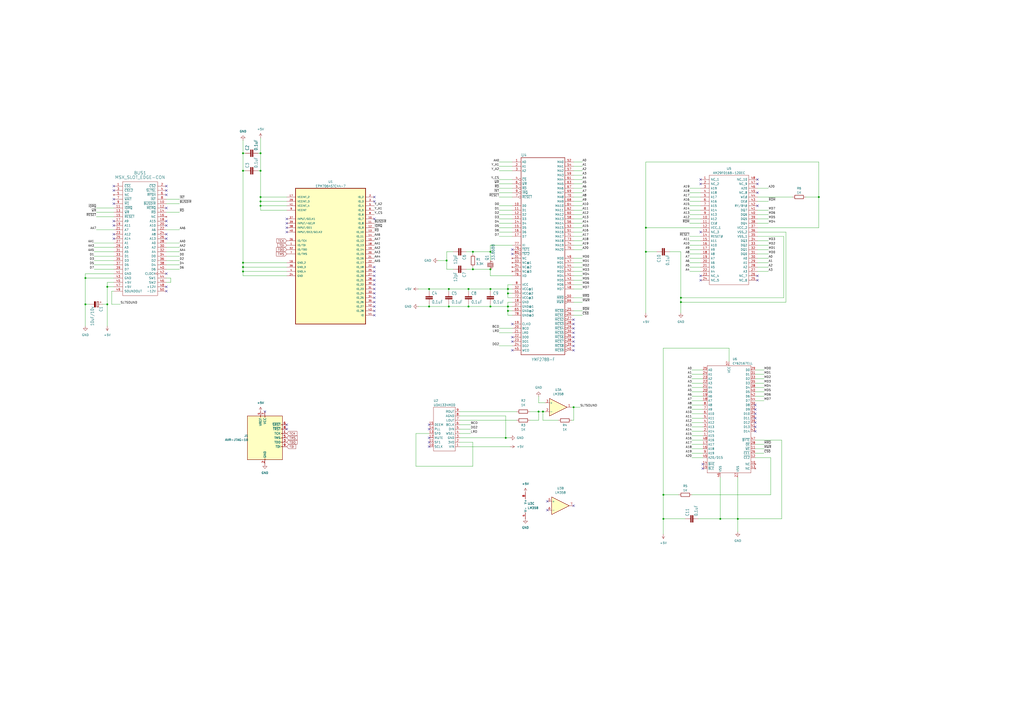
<source format=kicad_sch>
(kicad_sch (version 20231120) (generator "eeschema") (generator_version "8.0")
  (paper "A2")
  (title_block (title "MSX OPL4 Wozblaster Reloaded") (date "2024-10-13") (rev "5.0") (company "The Retro Hacker") (comment 2 "Reloaded by Cristiano Goncalves") (comment 3 "Original Design by Gustavo Iriarte") (comment 4 "Wozblaster Reloaded"))
  (junction (at 294.64 177.8))
  (junction (at 394.97 172.72))
  (junction (at 427.99 300.99))
  (junction (at 62.23 176.53))
  (junction (at 151.13 88.9))
  (junction (at 293.37 254))
  (junction (at 284.48 177.8))
  (junction (at 49.53 161.29))
  (junction (at 271.78 177.8))
  (junction (at 259.08 151.13))
  (junction (at 49.53 176.53))
  (junction (at 294.64 167.64))
  (junction (at 260.35 177.8))
  (junction (at 140.97 88.9))
  (junction (at 384.81 300.99))
  (junction (at 140.97 154.94))
  (junction (at 384.81 287.02))
  (junction (at 312.42 238.76))
  (junction (at 284.48 146.05))
  (junction (at 271.78 167.64))
  (junction (at 314.96 238.76))
  (junction (at 248.92 167.64))
  (junction (at 394.97 175.26))
  (junction (at 294.64 170.18))
  (junction (at 62.23 166.37))
  (junction (at 374.65 132.08))
  (junction (at 140.97 152.4))
  (junction (at 151.13 116.84))
  (junction (at 294.64 180.34))
  (junction (at 140.97 99.06))
  (junction (at 332.74 236.22))
  (junction (at 151.13 99.06))
  (junction (at 274.32 146.05))
  (junction (at 274.32 156.21))
  (junction (at 151.13 114.3))
  (junction (at 140.97 157.48))
  (junction (at 284.48 167.64))
  (junction (at 417.83 300.99))
  (junction (at 151.13 119.38))
  (junction (at 374.65 146.05))
  (junction (at 260.35 167.64))
  (junction (at 474.98 114.3))
  (junction (at 248.92 177.8))
  (junction (at 284.48 156.21))
  (no_connect (at 217.17 180.34))
  (no_connect (at 332.74 293.37))
  (no_connect (at 439.42 106.68))
  (no_connect (at 217.17 165.1))
  (no_connect (at 439.42 162.56))
  (no_connect (at 438.15 250.19))
  (no_connect (at 166.37 129.54))
  (no_connect (at 297.18 187.96))
  (no_connect (at 438.15 240.03))
  (no_connect (at 217.17 162.56))
  (no_connect (at 217.17 116.84))
  (no_connect (at 166.37 246.38))
  (no_connect (at 407.67 269.24))
  (no_connect (at 407.67 271.78))
  (no_connect (at 217.17 157.48))
  (no_connect (at 406.4 162.56))
  (no_connect (at 317.5 295.91))
  (no_connect (at 248.92 259.08))
  (no_connect (at 438.15 247.65))
  (no_connect (at 248.92 254))
  (no_connect (at 248.92 256.54))
  (no_connect (at 438.15 242.57))
  (no_connect (at 332.74 187.96))
  (no_connect (at 332.74 185.42))
  (no_connect (at 332.74 193.04))
  (no_connect (at 332.74 190.5))
  (no_connect (at 332.74 203.2))
  (no_connect (at 332.74 200.66))
  (no_connect (at 66.04 138.43))
  (no_connect (at 66.04 135.89))
  (no_connect (at 66.04 128.27))
  (no_connect (at 66.04 130.81))
  (no_connect (at 96.52 158.75))
  (no_connect (at 96.52 135.89))
  (no_connect (at 96.52 138.43))
  (no_connect (at 297.18 144.78))
  (no_connect (at 297.18 147.32))
  (no_connect (at 153.67 238.76))
  (no_connect (at 166.37 132.08))
  (no_connect (at 297.18 195.58))
  (no_connect (at 166.37 248.92))
  (no_connect (at 217.17 182.88))
  (no_connect (at 166.37 127))
  (no_connect (at 406.4 104.14))
  (no_connect (at 166.37 134.62))
  (no_connect (at 217.17 175.26))
  (no_connect (at 439.42 160.02))
  (no_connect (at 217.17 170.18))
  (no_connect (at 297.18 198.12))
  (no_connect (at 297.18 203.2))
  (no_connect (at 217.17 160.02))
  (no_connect (at 248.92 248.92))
  (no_connect (at 332.74 198.12))
  (no_connect (at 317.5 290.83))
  (no_connect (at 96.52 168.91))
  (no_connect (at 406.4 160.02))
  (no_connect (at 438.15 237.49))
  (no_connect (at 406.4 106.68))
  (no_connect (at 217.17 172.72))
  (no_connect (at 332.74 195.58))
  (no_connect (at 438.15 234.95))
  (no_connect (at 217.17 177.8))
  (no_connect (at 217.17 114.3))
  (no_connect (at 248.92 246.38))
  (no_connect (at 439.42 104.14))
  (no_connect (at 217.17 167.64))
  (no_connect (at 438.15 245.11))
  (no_connect (at 217.17 127))
  (no_connect (at 217.17 154.94))
  (no_connect (at 439.42 111.76))
  (no_connect (at 439.42 119.38))
  (no_connect (at 96.52 128.27))
  (no_connect (at 96.52 130.81))
  (no_connect (at 96.52 166.37))
  (no_connect (at 406.4 134.62))
  (no_connect (at 66.04 107.95))
  (no_connect (at 66.04 110.49))
  (no_connect (at 66.04 115.57))
  (no_connect (at 66.04 118.11))
  (no_connect (at 96.52 107.95))
  (no_connect (at 96.52 110.49))
  (no_connect (at 96.52 113.03))
  (no_connect (at 96.52 120.65))
  (wire (pts (xy 284.48 160.02) (xy 297.18 160.02)))
  (wire (pts (xy 401.32 234.95) (xy 407.67 234.95)))
  (wire (pts (xy 289.56 93.98) (xy 297.18 93.98)))
  (wire (pts (xy 401.32 265.43) (xy 407.67 265.43)))
  (wire (pts (xy 312.42 233.68) (xy 312.42 229.87)))
  (wire (pts (xy 140.97 157.48) (xy 140.97 160.02)))
  (wire (pts (xy 289.56 111.76) (xy 297.18 111.76)))
  (wire (pts (xy 401.32 247.65) (xy 407.67 247.65)))
  (wire (pts (xy 401.32 214.63) (xy 407.67 214.63)))
  (wire (pts (xy 455.93 175.26) (xy 394.97 175.26)))
  (wire (pts (xy 294.64 170.18) (xy 294.64 172.72)))
  (wire (pts (xy 401.32 229.87) (xy 407.67 229.87)))
  (wire (pts (xy 332.74 157.48) (xy 337.82 157.48)))
  (wire (pts (xy 394.97 172.72) (xy 394.97 175.26)))
  (wire (pts (xy 331.47 236.22) (xy 332.74 236.22)))
  (wire (pts (xy 289.56 121.92) (xy 297.18 121.92)))
  (wire (pts (xy 401.32 245.11) (xy 407.67 245.11)))
  (wire (pts (xy 289.56 124.46) (xy 297.18 124.46)))
  (wire (pts (xy 454.66 137.16) (xy 454.66 172.72)))
  (wire (pts (xy 274.32 154.94) (xy 274.32 156.21)))
  (wire (pts (xy 314.96 238.76) (xy 316.23 238.76)))
  (wire (pts (xy 55.88 120.65) (xy 66.04 120.65)))
  (wire (pts (xy 96.52 153.67) (xy 104.14 153.67)))
  (wire (pts (xy 314.96 243.84) (xy 314.96 238.76)))
  (wire (pts (xy 271.78 177.8) (xy 284.48 177.8)))
  (wire (pts (xy 55.88 125.73) (xy 66.04 125.73)))
  (wire (pts (xy 374.65 146.05) (xy 374.65 181.61)))
  (wire (pts (xy 49.53 161.29) (xy 66.04 161.29)))
  (wire (pts (xy 289.56 190.5) (xy 297.18 190.5)))
  (wire (pts (xy 49.53 158.75) (xy 49.53 161.29)))
  (wire (pts (xy 96.52 156.21) (xy 104.14 156.21)))
  (wire (pts (xy 266.7 248.92) (xy 273.05 248.92)))
  (wire (pts (xy 422.91 209.55) (xy 422.91 201.93)))
  (wire (pts (xy 332.74 139.7) (xy 337.82 139.7)))
  (wire (pts (xy 293.37 241.3) (xy 293.37 254)))
  (wire (pts (xy 294.64 170.18) (xy 297.18 170.18)))
  (wire (pts (xy 417.83 300.99) (xy 427.99 300.99)))
  (wire (pts (xy 332.74 149.86) (xy 337.82 149.86)))
  (wire (pts (xy 316.23 233.68) (xy 312.42 233.68)))
  (wire (pts (xy 151.13 114.3) (xy 166.37 114.3)))
  (wire (pts (xy 400.05 157.48) (xy 406.4 157.48)))
  (wire (pts (xy 332.74 243.84) (xy 332.74 236.22)))
  (wire (pts (xy 62.23 166.37) (xy 66.04 166.37)))
  (wire (pts (xy 439.42 154.94) (xy 445.77 154.94)))
  (wire (pts (xy 438.15 222.25) (xy 443.23 222.25)))
  (wire (pts (xy 439.42 134.62) (xy 455.93 134.62)))
  (wire (pts (xy 294.64 180.34) (xy 294.64 182.88)))
  (wire (pts (xy 270.51 156.21) (xy 274.32 156.21)))
  (wire (pts (xy 274.32 256.54) (xy 274.32 270.51)))
  (wire (pts (xy 332.74 180.34) (xy 337.82 180.34)))
  (wire (pts (xy 284.48 167.64) (xy 294.64 167.64)))
  (wire (pts (xy 151.13 116.84) (xy 151.13 114.3)))
  (wire (pts (xy 332.74 160.02) (xy 337.82 160.02)))
  (wire (pts (xy 266.7 256.54) (xy 274.32 256.54)))
  (wire (pts (xy 274.32 270.51) (xy 241.3 270.51)))
  (wire (pts (xy 400.05 152.4) (xy 406.4 152.4)))
  (wire (pts (xy 439.42 152.4) (xy 445.77 152.4)))
  (wire (pts (xy 405.13 300.99) (xy 417.83 300.99)))
  (wire (pts (xy 96.52 161.29) (xy 99.06 161.29)))
  (wire (pts (xy 439.42 121.92) (xy 445.77 121.92)))
  (wire (pts (xy 401.32 262.89) (xy 407.67 262.89)))
  (wire (pts (xy 384.81 300.99) (xy 384.81 309.88)))
  (wire (pts (xy 384.81 287.02) (xy 384.81 300.99)))
  (wire (pts (xy 266.7 254) (xy 293.37 254)))
  (wire (pts (xy 254 151.13) (xy 259.08 151.13)))
  (wire (pts (xy 439.42 114.3) (xy 459.74 114.3)))
  (wire (pts (xy 401.32 237.49) (xy 407.67 237.49)))
  (wire (pts (xy 474.98 132.08) (xy 474.98 114.3)))
  (wire (pts (xy 400.05 121.92) (xy 406.4 121.92)))
  (wire (pts (xy 439.42 109.22) (xy 445.77 109.22)))
  (wire (pts (xy 49.53 176.53) (xy 52.07 176.53)))
  (wire (pts (xy 284.48 177.8) (xy 294.64 177.8)))
  (wire (pts (xy 438.15 229.87) (xy 443.23 229.87)))
  (wire (pts (xy 289.56 99.06) (xy 297.18 99.06)))
  (wire (pts (xy 400.05 116.84) (xy 406.4 116.84)))
  (wire (pts (xy 400.05 111.76) (xy 406.4 111.76)))
  (wire (pts (xy 312.42 238.76) (xy 314.96 238.76)))
  (wire (pts (xy 439.42 149.86) (xy 445.77 149.86)))
  (wire (pts (xy 400.05 137.16) (xy 406.4 137.16)))
  (wire (pts (xy 438.15 217.17) (xy 443.23 217.17)))
  (wire (pts (xy 294.64 175.26) (xy 294.64 177.8)))
  (wire (pts (xy 289.56 129.54) (xy 297.18 129.54)))
  (wire (pts (xy 166.37 160.02) (xy 140.97 160.02)))
  (wire (pts (xy 439.42 139.7) (xy 445.77 139.7)))
  (wire (pts (xy 438.15 224.79) (xy 443.23 224.79)))
  (wire (pts (xy 455.93 134.62) (xy 455.93 175.26)))
  (wire (pts (xy 294.64 165.1) (xy 294.64 167.64)))
  (wire (pts (xy 332.74 134.62) (xy 337.82 134.62)))
  (wire (pts (xy 400.05 127) (xy 406.4 127)))
  (wire (pts (xy 439.42 137.16) (xy 454.66 137.16)))
  (wire (pts (xy 384.81 300.99) (xy 397.51 300.99)))
  (wire (pts (xy 54.61 151.13) (xy 66.04 151.13)))
  (wire (pts (xy 331.47 243.84) (xy 332.74 243.84)))
  (wire (pts (xy 140.97 99.06) (xy 140.97 152.4)))
  (wire (pts (xy 55.88 133.35) (xy 66.04 133.35)))
  (wire (pts (xy 294.64 167.64) (xy 297.18 167.64)))
  (wire (pts (xy 271.78 167.64) (xy 284.48 167.64)))
  (wire (pts (xy 401.32 287.02) (xy 447.04 287.02)))
  (wire (pts (xy 401.32 227.33) (xy 407.67 227.33)))
  (wire (pts (xy 332.74 142.24) (xy 337.82 142.24)))
  (wire (pts (xy 401.32 232.41) (xy 407.67 232.41)))
  (wire (pts (xy 332.74 175.26) (xy 337.82 175.26)))
  (wire (pts (xy 271.78 177.8) (xy 271.78 176.53)))
  (wire (pts (xy 439.42 142.24) (xy 445.77 142.24)))
  (wire (pts (xy 260.35 167.64) (xy 260.35 168.91)))
  (wire (pts (xy 96.52 140.97) (xy 104.14 140.97)))
  (wire (pts (xy 289.56 134.62) (xy 297.18 134.62)))
  (wire (pts (xy 62.23 163.83) (xy 66.04 163.83)))
  (wire (pts (xy 248.92 177.8) (xy 260.35 177.8)))
  (wire (pts (xy 332.74 96.52) (xy 337.82 96.52)))
  (wire (pts (xy 394.97 175.26) (xy 394.97 181.61)))
  (wire (pts (xy 332.74 93.98) (xy 337.82 93.98)))
  (wire (pts (xy 394.97 146.05) (xy 394.97 172.72)))
  (wire (pts (xy 248.92 177.8) (xy 248.92 176.53)))
  (wire (pts (xy 96.52 115.57) (xy 104.14 115.57)))
  (wire (pts (xy 307.34 238.76) (xy 312.42 238.76)))
  (wire (pts (xy 289.56 106.68) (xy 297.18 106.68)))
  (wire (pts (xy 62.23 166.37) (xy 62.23 176.53)))
  (wire (pts (xy 417.83 276.86) (xy 417.83 300.99)))
  (wire (pts (xy 439.42 124.46) (xy 445.77 124.46)))
  (wire (pts (xy 332.74 129.54) (xy 337.82 129.54)))
  (wire (pts (xy 454.66 172.72) (xy 394.97 172.72)))
  (wire (pts (xy 96.52 148.59) (xy 104.14 148.59)))
  (wire (pts (xy 400.05 142.24) (xy 406.4 142.24)))
  (wire (pts (xy 438.15 219.71) (xy 443.23 219.71)))
  (wire (pts (xy 284.48 156.21) (xy 284.48 160.02)))
  (wire (pts (xy 400.05 109.22) (xy 406.4 109.22)))
  (wire (pts (xy 400.05 139.7) (xy 406.4 139.7)))
  (wire (pts (xy 49.53 176.53) (xy 49.53 189.23)))
  (wire (pts (xy 96.52 133.35) (xy 104.14 133.35)))
  (wire (pts (xy 140.97 152.4) (xy 140.97 154.94)))
  (wire (pts (xy 242.57 167.64) (xy 248.92 167.64)))
  (wire (pts (xy 289.56 193.04) (xy 297.18 193.04)))
  (wire (pts (xy 438.15 265.43) (xy 447.04 265.43)))
  (wire (pts (xy 96.52 151.13) (xy 104.14 151.13)))
  (wire (pts (xy 266.7 259.08) (xy 295.91 259.08)))
  (wire (pts (xy 297.18 175.26) (xy 294.64 175.26)))
  (wire (pts (xy 401.32 217.17) (xy 407.67 217.17)))
  (wire (pts (xy 289.56 104.14) (xy 297.18 104.14)))
  (wire (pts (xy 438.15 257.81) (xy 443.23 257.81)))
  (wire (pts (xy 332.74 137.16) (xy 337.82 137.16)))
  (wire (pts (xy 260.35 167.64) (xy 271.78 167.64)))
  (wire (pts (xy 312.42 243.84) (xy 312.42 238.76)))
  (wire (pts (xy 274.32 156.21) (xy 284.48 156.21)))
  (wire (pts (xy 374.65 132.08) (xy 406.4 132.08)))
  (wire (pts (xy 467.36 114.3) (xy 474.98 114.3)))
  (wire (pts (xy 332.74 104.14) (xy 337.82 104.14)))
  (wire (pts (xy 332.74 119.38) (xy 337.82 119.38)))
  (wire (pts (xy 140.97 88.9) (xy 140.97 99.06)))
  (wire (pts (xy 332.74 116.84) (xy 337.82 116.84)))
  (wire (pts (xy 151.13 88.9) (xy 151.13 80.01)))
  (wire (pts (xy 241.3 270.51) (xy 241.3 251.46)))
  (wire (pts (xy 332.74 101.6) (xy 337.82 101.6)))
  (wire (pts (xy 447.04 265.43) (xy 447.04 287.02)))
  (wire (pts (xy 401.32 250.19) (xy 407.67 250.19)))
  (wire (pts (xy 401.32 252.73) (xy 407.67 252.73)))
  (wire (pts (xy 266.7 246.38) (xy 273.05 246.38)))
  (wire (pts (xy 266.7 238.76) (xy 299.72 238.76)))
  (wire (pts (xy 289.56 119.38) (xy 297.18 119.38)))
  (wire (pts (xy 49.53 161.29) (xy 49.53 176.53)))
  (wire (pts (xy 262.89 156.21) (xy 259.08 156.21)))
  (wire (pts (xy 332.74 144.78) (xy 337.82 144.78)))
  (wire (pts (xy 262.89 146.05) (xy 259.08 146.05)))
  (wire (pts (xy 439.42 132.08) (xy 474.98 132.08)))
  (wire (pts (xy 438.15 255.27) (xy 453.39 255.27)))
  (wire (pts (xy 427.99 276.86) (xy 427.99 300.99)))
  (wire (pts (xy 59.69 176.53) (xy 62.23 176.53)))
  (wire (pts (xy 332.74 124.46) (xy 337.82 124.46)))
  (wire (pts (xy 400.05 147.32) (xy 406.4 147.32)))
  (wire (pts (xy 332.74 154.94) (xy 337.82 154.94)))
  (wire (pts (xy 374.65 93.98) (xy 374.65 132.08)))
  (wire (pts (xy 332.74 99.06) (xy 337.82 99.06)))
  (wire (pts (xy 297.18 177.8) (xy 294.64 177.8)))
  (wire (pts (xy 384.81 201.93) (xy 384.81 287.02)))
  (wire (pts (xy 54.61 140.97) (xy 66.04 140.97)))
  (wire (pts (xy 439.42 129.54) (xy 445.77 129.54)))
  (wire (pts (xy 96.52 146.05) (xy 104.14 146.05)))
  (wire (pts (xy 62.23 176.53) (xy 62.23 189.23)))
  (wire (pts (xy 400.05 149.86) (xy 406.4 149.86)))
  (wire (pts (xy 289.56 132.08) (xy 297.18 132.08)))
  (wire (pts (xy 151.13 114.3) (xy 151.13 99.06)))
  (wire (pts (xy 140.97 152.4) (xy 166.37 152.4)))
  (wire (pts (xy 294.64 172.72) (xy 297.18 172.72)))
  (wire (pts (xy 374.65 93.98) (xy 474.98 93.98)))
  (wire (pts (xy 284.48 176.53) (xy 284.48 177.8)))
  (wire (pts (xy 438.15 214.63) (xy 443.23 214.63)))
  (wire (pts (xy 332.74 167.64) (xy 337.82 167.64)))
  (wire (pts (xy 64.77 168.91) (xy 66.04 168.91)))
  (wire (pts (xy 241.3 251.46) (xy 248.92 251.46)))
  (wire (pts (xy 438.15 227.33) (xy 443.23 227.33)))
  (wire (pts (xy 384.81 287.02) (xy 393.7 287.02)))
  (wire (pts (xy 289.56 127) (xy 297.18 127)))
  (wire (pts (xy 388.62 146.05) (xy 394.97 146.05)))
  (wire (pts (xy 266.7 243.84) (xy 299.72 243.84)))
  (wire (pts (xy 453.39 255.27) (xy 453.39 300.99)))
  (wire (pts (xy 294.64 182.88) (xy 297.18 182.88)))
  (wire (pts (xy 99.06 161.29) (xy 99.06 163.83)))
  (wire (pts (xy 140.97 154.94) (xy 166.37 154.94)))
  (wire (pts (xy 332.74 114.3) (xy 337.82 114.3)))
  (wire (pts (xy 400.05 129.54) (xy 406.4 129.54)))
  (wire (pts (xy 260.35 177.8) (xy 260.35 176.53)))
  (wire (pts (xy 297.18 180.34) (xy 294.64 180.34)))
  (wire (pts (xy 427.99 300.99) (xy 427.99 308.61)))
  (wire (pts (xy 151.13 121.92) (xy 151.13 119.38)))
  (wire (pts (xy 151.13 99.06) (xy 151.13 88.9)))
  (wire (pts (xy 374.65 146.05) (xy 381 146.05)))
  (wire (pts (xy 439.42 147.32) (xy 445.77 147.32)))
  (wire (pts (xy 332.74 236.22) (xy 336.55 236.22)))
  (wire (pts (xy 96.52 123.19) (xy 104.14 123.19)))
  (wire (pts (xy 271.78 167.64) (xy 271.78 168.91)))
  (wire (pts (xy 293.37 254) (xy 295.91 254)))
  (wire (pts (xy 284.48 167.64) (xy 284.48 168.91)))
  (wire (pts (xy 151.13 116.84) (xy 166.37 116.84)))
  (wire (pts (xy 54.61 148.59) (xy 66.04 148.59)))
  (wire (pts (xy 332.74 172.72) (xy 337.82 172.72)))
  (wire (pts (xy 54.61 143.51) (xy 66.04 143.51)))
  (wire (pts (xy 62.23 163.83) (xy 62.23 166.37)))
  (wire (pts (xy 438.15 262.89) (xy 443.23 262.89)))
  (wire (pts (xy 54.61 146.05) (xy 66.04 146.05)))
  (wire (pts (xy 474.98 114.3) (xy 474.98 93.98)))
  (wire (pts (xy 289.56 200.66) (xy 297.18 200.66)))
  (wire (pts (xy 96.52 143.51) (xy 104.14 143.51)))
  (wire (pts (xy 151.13 119.38) (xy 166.37 119.38)))
  (wire (pts (xy 439.42 127) (xy 445.77 127)))
  (wire (pts (xy 422.91 201.93) (xy 384.81 201.93)))
  (wire (pts (xy 64.77 176.53) (xy 69.85 176.53)))
  (wire (pts (xy 332.74 127) (xy 337.82 127)))
  (wire (pts (xy 401.32 240.03) (xy 407.67 240.03)))
  (wire (pts (xy 401.32 219.71) (xy 407.67 219.71)))
  (wire (pts (xy 400.05 144.78) (xy 406.4 144.78)))
  (wire (pts (xy 242.57 177.8) (xy 248.92 177.8)))
  (wire (pts (xy 99.06 163.83) (xy 96.52 163.83)))
  (wire (pts (xy 297.18 165.1) (xy 294.64 165.1)))
  (wire (pts (xy 259.08 151.13) (xy 259.08 156.21)))
  (wire (pts (xy 401.32 255.27) (xy 407.67 255.27)))
  (wire (pts (xy 140.97 99.06) (xy 142.24 99.06)))
  (wire (pts (xy 248.92 167.64) (xy 260.35 167.64)))
  (wire (pts (xy 96.52 118.11) (xy 104.14 118.11)))
  (wire (pts (xy 400.05 124.46) (xy 406.4 124.46)))
  (wire (pts (xy 266.7 251.46) (xy 273.05 251.46)))
  (wire (pts (xy 332.74 152.4) (xy 337.82 152.4)))
  (wire (pts (xy 284.48 142.24) (xy 297.18 142.24)))
  (wire (pts (xy 49.53 158.75) (xy 66.04 158.75)))
  (wire (pts (xy 401.32 260.35) (xy 407.67 260.35)))
  (wire (pts (xy 374.65 132.08) (xy 374.65 146.05)))
  (wire (pts (xy 166.37 121.92) (xy 151.13 121.92)))
  (wire (pts (xy 439.42 144.78) (xy 445.77 144.78)))
  (wire (pts (xy 307.34 243.84) (xy 312.42 243.84)))
  (wire (pts (xy 140.97 157.48) (xy 166.37 157.48)))
  (wire (pts (xy 259.08 146.05) (xy 259.08 151.13)))
  (wire (pts (xy 260.35 177.8) (xy 271.78 177.8)))
  (wire (pts (xy 294.64 177.8) (xy 294.64 180.34)))
  (wire (pts (xy 439.42 116.84) (xy 445.77 116.84)))
  (wire (pts (xy 332.74 132.08) (xy 337.82 132.08)))
  (wire (pts (xy 332.74 111.76) (xy 337.82 111.76)))
  (wire (pts (xy 284.48 146.05) (xy 284.48 151.13)))
  (wire (pts (xy 54.61 153.67) (xy 66.04 153.67)))
  (wire (pts (xy 149.86 88.9) (xy 151.13 88.9)))
  (wire (pts (xy 289.56 109.22) (xy 297.18 109.22)))
  (wire (pts (xy 289.56 114.3) (xy 297.18 114.3)))
  (wire (pts (xy 54.61 156.21) (xy 66.04 156.21)))
  (wire (pts (xy 401.32 257.81) (xy 407.67 257.81)))
  (wire (pts (xy 401.32 242.57) (xy 407.67 242.57)))
  (wire (pts (xy 64.77 168.91) (xy 64.77 176.53)))
  (wire (pts (xy 453.39 300.99) (xy 427.99 300.99)))
  (wire (pts (xy 400.05 114.3) (xy 406.4 114.3)))
  (wire (pts (xy 266.7 241.3) (xy 293.37 241.3)))
  (wire (pts (xy 289.56 137.16) (xy 297.18 137.16)))
  (wire (pts (xy 439.42 157.48) (xy 445.77 157.48)))
  (wire (pts (xy 401.32 222.25) (xy 407.67 222.25)))
  (wire (pts (xy 274.32 146.05) (xy 274.32 147.32)))
  (wire (pts (xy 284.48 142.24) (xy 284.48 146.05)))
  (wire (pts (xy 55.88 123.19) (xy 66.04 123.19)))
  (wire (pts (xy 294.64 167.64) (xy 294.64 170.18)))
  (wire (pts (xy 332.74 162.56) (xy 337.82 162.56)))
  (wire (pts (xy 400.05 119.38) (xy 406.4 119.38)))
  (wire (pts (xy 400.05 154.94) (xy 406.4 154.94)))
  (wire (pts (xy 323.85 243.84) (xy 314.96 243.84)))
  (wire (pts (xy 151.13 119.38) (xy 151.13 116.84)))
  (wire (pts (xy 140.97 154.94) (xy 140.97 157.48)))
  (wire (pts (xy 438.15 232.41) (xy 443.23 232.41)))
  (wire (pts (xy 438.15 260.35) (xy 443.23 260.35)))
  (wire (pts (xy 248.92 167.64) (xy 248.92 168.91)))
  (wire (pts (xy 289.56 96.52) (xy 297.18 96.52)))
  (wire (pts (xy 332.74 121.92) (xy 337.82 121.92)))
  (wire (pts (xy 332.74 109.22) (xy 337.82 109.22)))
  (wire (pts (xy 140.97 88.9) (xy 142.24 88.9)))
  (wire (pts (xy 332.74 182.88) (xy 337.82 182.88)))
  (wire (pts (xy 401.32 224.79) (xy 407.67 224.79)))
  (wire (pts (xy 332.74 165.1) (xy 337.82 165.1)))
  (wire (pts (xy 274.32 146.05) (xy 284.48 146.05)))
  (wire (pts (xy 149.86 99.06) (xy 151.13 99.06)))
  (wire (pts (xy 140.97 81.28) (xy 140.97 88.9)))
  (wire (pts (xy 332.74 106.68) (xy 337.82 106.68)))
  (wire (pts (xy 270.51 146.05) (xy 274.32 146.05)))
  (label "MD4" (at 445.77 129.54 0) (effects (font (size 1.2446 1.2446))))
  (label "Y_A1" (at 289.56 96.52 180))
  (label "AA3" (at 54.61 143.51 180) (effects (font (size 1.2446 1.2446))))
  (label "~{MRD}" (at 443.23 257.81 0) (effects (font (size 1.2446 1.2446))))
  (label "AA2" (at 104.14 143.51 0) (effects (font (size 1.2446 1.2446))))
  (label "A17" (at 400.05 114.3 180) (effects (font (size 1.2446 1.2446))))
  (label "A0" (at 401.32 214.63 180) (effects (font (size 1.2446 1.2446))))
  (label "A6" (at 401.32 229.87 180) (effects (font (size 1.2446 1.2446))))
  (label "Y_A2" (at 217.17 119.38 0))
  (label "~{RESET}" (at 55.88 125.73 180) (effects (font (size 1.2446 1.2446))))
  (label "D1" (at 289.56 121.92 180) (effects (font (size 1.2446 1.2446))))
  (label "A20" (at 337.82 144.78 0) (effects (font (size 1.2446 1.2446))))
  (label "A13" (at 337.82 127 0) (effects (font (size 1.2446 1.2446))))
  (label "A16" (at 337.82 134.62 0) (effects (font (size 1.2446 1.2446))))
  (label "AA3" (at 217.17 147.32 0) (effects (font (size 1.2446 1.2446))))
  (label "MD6" (at 337.82 165.1 0) (effects (font (size 1.2446 1.2446))))
  (label "~{RESET}" (at 289.56 114.3 180) (effects (font (size 1.2446 1.2446))))
  (label "~{IORQ}" (at 55.88 120.65 180) (effects (font (size 1.2446 1.2446))))
  (label "Y_CS" (at 289.56 104.14 180))
  (label "~{RESET}" (at 400.05 137.16 180) (effects (font (size 1.2446 1.2446))))
  (label "A3" (at 401.32 222.25 180) (effects (font (size 1.2446 1.2446))))
  (label "MD2" (at 445.77 142.24 0) (effects (font (size 1.2446 1.2446))))
  (label "A10" (at 401.32 240.03 180) (effects (font (size 1.2446 1.2446))))
  (label "~{BUSDIR}" (at 217.17 129.54 0) (effects (font (size 1.2446 1.2446))))
  (label "D0" (at 104.14 148.59 0) (effects (font (size 1.2446 1.2446))))
  (label "LRO" (at 289.56 193.04 180))
  (label "~{RD}" (at 289.56 109.22 180) (effects (font (size 1.2446 1.2446))))
  (label "A5" (at 400.05 154.94 180) (effects (font (size 1.2446 1.2446))))
  (label "MD2" (at 337.82 154.94 0) (effects (font (size 1.2446 1.2446))))
  (label "MD5" (at 443.23 227.33 0) (effects (font (size 1.2446 1.2446))))
  (label "A1" (at 401.32 217.17 180) (effects (font (size 1.2446 1.2446))))
  (label "MD4" (at 443.23 224.79 0) (effects (font (size 1.2446 1.2446))))
  (label "MD4" (at 337.82 160.02 0) (effects (font (size 1.2446 1.2446))))
  (label "A8" (at 401.32 234.95 180) (effects (font (size 1.2446 1.2446))))
  (label "A14" (at 400.05 121.92 180) (effects (font (size 1.2446 1.2446))))
  (label "~{ROM}" (at 337.82 180.34 0) (effects (font (size 1.2446 1.2446))))
  (label "A1" (at 337.82 96.52 0) (effects (font (size 1.2446 1.2446))))
  (label "AA7" (at 217.17 139.7 0) (effects (font (size 1.2446 1.2446))))
  (label "A5" (at 337.82 106.68 0) (effects (font (size 1.2446 1.2446))))
  (label "~{INT}" (at 104.14 115.57 0) (effects (font (size 1.2446 1.2446))))
  (label "Y_A2" (at 289.56 99.06 180))
  (label "~{WR}" (at 289.56 106.68 180) (effects (font (size 1.2446 1.2446))))
  (label "A7" (at 401.32 232.41 180) (effects (font (size 1.2446 1.2446))))
  (label "A18" (at 337.82 139.7 0) (effects (font (size 1.2446 1.2446))))
  (label "~{BUSDIR}" (at 104.14 118.11 0) (effects (font (size 1.2446 1.2446))))
  (label "D5" (at 289.56 132.08 180) (effects (font (size 1.2446 1.2446))))
  (label "A2" (at 337.82 99.06 0) (effects (font (size 1.2446 1.2446))))
  (label "AA0" (at 104.14 140.97 0) (effects (font (size 1.2446 1.2446))))
  (label "A12" (at 337.82 124.46 0) (effects (font (size 1.2446 1.2446))))
  (label "A5" (at 401.32 227.33 180) (effects (font (size 1.2446 1.2446))))
  (label "A0" (at 337.82 93.98 0) (effects (font (size 1.2446 1.2446))))
  (label "D7" (at 54.61 156.21 180) (effects (font (size 1.2446 1.2446))))
  (label "A16" (at 401.32 255.27 180) (effects (font (size 1.2446 1.2446))))
  (label "A12" (at 400.05 127 180) (effects (font (size 1.2446 1.2446))))
  (label "A14" (at 401.32 250.19 180) (effects (font (size 1.2446 1.2446))))
  (label "AA2" (at 217.17 144.78 0) (effects (font (size 1.2446 1.2446))))
  (label "DO2" (at 273.05 248.92 0))
  (label "MD6" (at 443.23 229.87 0) (effects (font (size 1.2446 1.2446))))
  (label "D5" (at 54.61 153.67 180) (effects (font (size 1.2446 1.2446))))
  (label "AA4" (at 217.17 149.86 0) (effects (font (size 1.2446 1.2446))))
  (label "A7" (at 337.82 111.76 0) (effects (font (size 1.2446 1.2446))))
  (label "A18" (at 400.05 111.76 180) (effects (font (size 1.2446 1.2446))))
  (label "MD1" (at 443.23 217.17 0) (effects (font (size 1.2446 1.2446))))
  (label "AA4" (at 104.14 146.05 0) (effects (font (size 1.2446 1.2446))))
  (label "MD1" (at 337.82 152.4 0) (effects (font (size 1.2446 1.2446))))
  (label "AA0" (at 289.56 93.98 180) (effects (font (size 1.1735 1.1735))))
  (label "~{ROM}" (at 400.05 129.54 180) (effects (font (size 1.2446 1.2446))))
  (label "A19" (at 401.32 262.89 180) (effects (font (size 1.2446 1.2446))))
  (label "A4" (at 400.05 157.48 180) (effects (font (size 1.2446 1.2446))))
  (label "A1" (at 445.77 152.4 0) (effects (font (size 1.2446 1.2446))))
  (label "A17" (at 337.82 137.16 0) (effects (font (size 1.2446 1.2446))))
  (label "BCO" (at 273.05 246.38 0))
  (label "A16" (at 400.05 116.84 180) (effects (font (size 1.2446 1.2446))))
  (label "Y_CS" (at 217.17 124.46 0))
  (label "AA1" (at 54.61 140.97 180) (effects (font (size 1.2446 1.2446))))
  (label "MD5" (at 337.82 162.56 0) (effects (font (size 1.2446 1.2446))))
  (label "AA5" (at 54.61 146.05 180) (effects (font (size 1.2446 1.2446))))
  (label "AA6" (at 104.14 133.35 0) (effects (font (size 1.2446 1.2446))))
  (label "~{RD}" (at 217.17 134.62 0) (effects (font (size 1.2446 1.2446))))
  (label "D0" (at 289.56 119.38 180) (effects (font (size 1.2446 1.2446))))
  (label "MD6" (at 445.77 124.46 0) (effects (font (size 1.2446 1.2446))))
  (label "A9" (at 337.82 116.84 0) (effects (font (size 1.2446 1.2446))))
  (label "MD7" (at 443.23 232.41 0) (effects (font (size 1.2446 1.2446))))
  (label "A0" (at 445.77 149.86 0) (effects (font (size 1.2446 1.2446))))
  (label "A4" (at 401.32 224.79 180) (effects (font (size 1.2446 1.2446))))
  (label "~{ROM}" (at 445.77 116.84 0) (effects (font (size 1.2446 1.2446))))
  (label "A12" (at 401.32 245.11 180) (effects (font (size 1.2446 1.2446))))
  (label "MD3" (at 443.23 222.25 0) (effects (font (size 1.2446 1.2446))))
  (label "A9" (at 401.32 237.49 180) (effects (font (size 1.2446 1.2446))))
  (label "MD3" (at 337.82 157.48 0) (effects (font (size 1.2446 1.2446))))
  (label "D7" (at 289.56 137.16 180) (effects (font (size 1.2446 1.2446))))
  (label "A14" (at 337.82 129.54 0) (effects (font (size 1.2446 1.2446))))
  (label "D1" (at 54.61 148.59 180) (effects (font (size 1.2446 1.2446))))
  (label "A4" (at 337.82 104.14 0) (effects (font (size 1.2446 1.2446))))
  (label "MD0" (at 443.23 214.63 0) (effects (font (size 1.2446 1.2446))))
  (label "A10" (at 337.82 119.38 0) (effects (font (size 1.2446 1.2446))))
  (label "DO2" (at 289.56 200.66 180))
  (label "MD7" (at 445.77 121.92 0) (effects (font (size 1.2446 1.2446))))
  (label "A17" (at 401.32 257.81 180) (effects (font (size 1.2446 1.2446))))
  (label "A20" (at 401.32 265.43 180) (effects (font (size 1.2446 1.2446))))
  (label "LRO" (at 273.05 251.46 0))
  (label "~{CS0}" (at 443.23 262.89 0) (effects (font (size 1.2446 1.2446))))
  (label "AA1" (at 217.17 142.24 0) (effects (font (size 1.2446 1.2446))))
  (label "A11" (at 337.82 121.92 0) (effects (font (size 1.2446 1.2446))))
  (label "A2" (at 401.32 219.71 180) (effects (font (size 1.2446 1.2446))))
  (label "D6" (at 289.56 134.62 180) (effects (font (size 1.2446 1.2446))))
  (label "~{INT}" (at 289.56 111.76 180) (effects (font (size 1.2446 1.2446))))
  (label "AA7" (at 55.88 133.35 180) (effects (font (size 1.2446 1.2446))))
  (label "A18" (at 401.32 260.35 180) (effects (font (size 1.2446 1.2446))))
  (label "MD3" (at 445.77 139.7 0) (effects (font (size 1.2446 1.2446))))
  (label "A6" (at 400.05 152.4 180) (effects (font (size 1.2446 1.2446))))
  (label "MD1" (at 445.77 144.78 0) (effects (font (size 1.2446 1.2446))))
  (label "A11" (at 401.32 242.57 180) (effects (font (size 1.2446 1.2446))))
  (label "BCO" (at 289.56 190.5 180))
  (label "A19" (at 337.82 142.24 0) (effects (font (size 1.2446 1.2446))))
  (label "MD5" (at 445.77 127 0) (effects (font (size 1.2446 1.2446))))
  (label "D3" (at 54.61 151.13 180) (effects (font (size 1.2446 1.2446))))
  (label "A2" (at 445.77 154.94 0) (effects (font (size 1.2446 1.2446))))
  (label "D4" (at 104.14 153.67 0) (effects (font (size 1.2446 1.2446))))
  (label "~{CS0}" (at 337.82 182.88 0) (effects (font (size 1.2446 1.2446))))
  (label "D6" (at 104.14 156.21 0) (effects (font (size 1.2446 1.2446))))
  (label "MD7" (at 337.82 167.64 0) (effects (font (size 1.2446 1.2446))))
  (label "AA5" (at 217.17 152.4 0) (effects (font (size 1.2446 1.2446))))
  (label "~{IORQ}" (at 217.17 132.08 0) (effects (font (size 1.2446 1.2446))))
  (label "Y_A1" (at 217.17 121.92 0))
  (label "AA6" (at 217.17 137.16 0) (effects (font (size 1.2446 1.2446))))
  (label "A20" (at 445.77 109.22 0) (effects (font (size 1.2446 1.2446))))
  (label "A11" (at 400.05 139.7 180) (effects (font (size 1.2446 1.2446))))
  (label "MD0" (at 445.77 147.32 0) (effects (font (size 1.2446 1.2446))))
  (label "A7" (at 400.05 149.86 180) (effects (font (size 1.2446 1.2446))))
  (label "~{MWR}" (at 443.23 260.35 0) (effects (font (size 1.2446 1.2446))))
  (label "SLTSOUND" (at 336.55 236.22 0))
  (label "A9" (at 400.05 144.78 180) (effects (font (size 1.2446 1.2446))))
  (label "A15" (at 400.05 119.38 180) (effects (font (size 1.2446 1.2446))))
  (label "A10" (at 400.05 142.24 180) (effects (font (size 1.2446 1.2446))))
  (label "A13" (at 401.32 247.65 180) (effects (font (size 1.2446 1.2446))))
  (label "~{RD}" (at 104.14 123.19 0) (effects (font (size 1.2446 1.2446))))
  (label "~{WR}" (at 55.88 123.19 180) (effects (font (size 1.2446 1.2446))))
  (label "~{MRD}" (at 337.82 172.72 0) (effects (font (size 1.2446 1.2446))))
  (label "MD2" (at 443.23 219.71 0) (effects (font (size 1.2446 1.2446))))
  (label "SLTSOUND" (at 69.85 176.53 0))
  (label "D2" (at 104.14 151.13 0) (effects (font (size 1.2446 1.2446))))
  (label "A3" (at 445.77 157.48 0) (effects (font (size 1.2446 1.2446))))
  (label "A8" (at 337.82 114.3 0) (effects (font (size 1.2446 1.2446))))
  (label "A3" (at 337.82 101.6 0) (effects (font (size 1.2446 1.2446))))
  (label "A19" (at 400.05 109.22 180) (effects (font (size 1.2446 1.2446))))
  (label "A15" (at 337.82 132.08 0) (effects (font (size 1.2446 1.2446))))
  (label "D2" (at 289.56 124.46 180) (effects (font (size 1.2446 1.2446))))
  (label "A6" (at 337.82 109.22 0) (effects (font (size 1.2446 1.2446))))
  (label "A8" (at 400.05 147.32 180) (effects (font (size 1.2446 1.2446))))
  (label "MD0" (at 337.82 149.86 0) (effects (font (size 1.2446 1.2446))))
  (label "D3" (at 289.56 127 180) (effects (font (size 1.2446 1.2446))))
  (label "A13" (at 400.05 124.46 180) (effects (font (size 1.2446 1.2446))))
  (label "D4" (at 289.56 129.54 180) (effects (font (size 1.2446 1.2446))))
  (label "~{MWR}" (at 337.82 175.26 0) (effects (font (size 1.2446 1.2446))))
  (label "A15" (at 401.32 252.73 180) (effects (font (size 1.2446 1.2446))))
  (global_label "TCK" (shape input) (at 166.37 251.46 0) (property "Intersheetrefs" "${INTERSHEET_REFS}" (effects (hide yes))))
  (global_label "TDO" (shape input) (at 166.37 256.54 0) (property "Intersheetrefs" "${INTERSHEET_REFS}" (effects (hide yes))))
  (global_label "TMS" (shape input) (at 166.37 147.32 180) (property "Intersheetrefs" "${INTERSHEET_REFS}" (effects (hide yes))))
  (global_label "TDO" (shape input) (at 166.37 144.78 180) (property "Intersheetrefs" "${INTERSHEET_REFS}" (effects (hide yes))))
  (global_label "TDI" (shape input) (at 166.37 142.24 180) (property "Intersheetrefs" "${INTERSHEET_REFS}" (effects (hide yes))))
  (global_label "TMS" (shape input) (at 166.37 254 0) (property "Intersheetrefs" "${INTERSHEET_REFS}" (effects (hide yes))))
  (global_label "TCK" (shape input) (at 166.37 139.7 180) (property "Intersheetrefs" "${INTERSHEET_REFS}" (effects (hide yes))))
  (global_label "TDI" (shape input) (at 166.37 259.08 0) (property "Intersheetrefs" "${INTERSHEET_REFS}" (effects (hide yes))))
  (symbol (lib_id "CRISAG:CRYSTALHC49S") (at 284.48 153.67 90) (unit 1)
    (property "Reference" "Q1" (at 283.464 151.13 0) (effects (font (size 1.778 1.5113)) (justify left bottom)))
    (property "Value" "33.8688" (at 287.02 151.13 0) (effects (font (size 1.778 1.5113)) (justify left bottom)))
    (property "Footprint" "Crystal:Crystal_HC49-U_Vertical" (effects (hide yes)))
  )
  (symbol (lib_name "+5V_1") (lib_id "power:+5V") (at 151.13 238.76 0) (unit 1)
    (property "Reference" "#PWR05" (effects (hide yes)))
    (property "Value" "+5V" (at 151.13 233.68 0))
    (property "Description" "Power symbol creates a global label with name \"+5V\"" (effects (hide yes)))
  )
  (symbol (lib_id "power:GND") (at 427.99 308.61 0) (unit 1)
    (property "Reference" "#PWR018" (effects (hide yes)))
    (property "Value" "GND" (at 427.99 313.69 0))
    (property "Description" "Power symbol creates a global label with name \"GND\" , ground" (effects (hide yes)))
  )
  (symbol (lib_id "Device:R") (at 303.53 243.84 90) (unit 1)
    (property "Reference" "R3" (at 303.53 246.634 90))
    (property "Value" "1K" (at 303.53 249.174 90))
    (property "Footprint" "Resistor_SMD:R_0603_1608Metric" (effects (hide yes)))
  )
  (symbol (lib_name "GND_6") (lib_id "power:GND") (at 304.8 300.99 0) (unit 1)
    (property "Reference" "#PWR013" (effects (hide yes)))
    (property "Value" "GND" (at 304.8 306.07 0))
    (property "Description" "Power symbol creates a global label with name \"GND\" , ground" (effects (hide yes)))
  )
  (symbol (lib_id "Device:R") (at 303.53 238.76 90) (unit 1)
    (property "Reference" "R2" (at 303.53 232.41 90))
    (property "Value" "1K" (at 303.53 234.95 90))
    (property "Footprint" "Resistor_SMD:R_0603_1608Metric" (effects (hide yes)))
  )
  (symbol (lib_id "CRISAG:C-EU") (at 271.78 171.45 0) (unit 1)
    (property "Reference" "C8" (at 273.304 171.069 0) (effects (font (size 1.778 1.5113)) (justify left bottom)))
    (property "Value" "0.1uF" (at 273.304 176.149 0) (effects (font (size 1.778 1.5113)) (justify left bottom)))
    (property "Footprint" "Capacitor_SMD:C_0603_1608Metric" (effects (hide yes)))
  )
  (symbol (lib_name "GND_6") (lib_id "power:GND") (at 312.42 229.87 180) (unit 1)
    (property "Reference" "#PWR014" (effects (hide yes)))
    (property "Value" "GND" (at 312.42 224.79 0))
    (property "Description" "Power symbol creates a global label with name \"GND\" , ground" (effects (hide yes)))
  )
  (symbol (lib_name "+5V_5") (lib_id "power:+5V") (at 295.91 259.08 270) (unit 1)
    (property "Reference" "#PWR011" (effects (hide yes)))
    (property "Value" "+5V" (at 299.72 259.0799 90) (effects (justify left)))
    (property "Description" "Power symbol creates a global label with name \"+5V\"" (effects (hide yes)))
  )
  (symbol (lib_name "+5V_6") (lib_id "power:+5V") (at 384.81 309.88 180) (unit 1)
    (property "Reference" "#PWR016" (effects (hide yes)))
    (property "Value" "+5V" (at 384.81 314.96 0))
    (property "Description" "Power symbol creates a global label with name \"+5V\"" (effects (hide yes)))
  )
  (symbol (lib_name "GND_3") (lib_id "power:GND") (at 140.97 81.28 180) (unit 1)
    (property "Reference" "#PWR03" (effects (hide yes)))
    (property "Value" "GND" (at 140.97 76.2 0))
    (property "Description" "Power symbol creates a global label with name \"GND\" , ground" (effects (hide yes)))
  )
  (symbol (lib_id "CRISAG:YMF278B-F") (at 314.96 144.78 0) (unit 1)
    (property "Reference" "U4" (at 302.26 90.932 0) (effects (font (size 1.778 1.5113)) (justify left bottom)))
    (property "Value" "YMF278B-F" (at 308.356 209.55 0) (effects (font (size 1.778 1.5113)) (justify left bottom)))
    (property "Footprint" "MSX OPL4 Wozblaster:80-QFP" (effects (hide yes)))
  )
  (symbol (lib_id "Device:R") (at 397.51 287.02 270) (unit 1)
    (property "Reference" "R5" (at 397.51 281.94 90))
    (property "Value" "1K" (at 397.51 284.48 90))
    (property "Footprint" "Resistor_SMD:R_0603_1608Metric" (effects (hide yes)))
  )
  (symbol (lib_name "+5V_1") (lib_id "power:+5V") (at 62.23 189.23 180) (unit 1)
    (property "Reference" "#PWR02" (effects (hide yes)))
    (property "Value" "+5V" (at 62.23 194.31 0))
    (property "Description" "Power symbol creates a global label with name \"+5V\"" (effects (hide yes)))
  )
  (symbol (lib_id "Connector:AVR-JTAG-10") (at 153.67 254 0) (unit 1)
    (property "Reference" "J1" (at 144.018 252.8316 0) (effects (justify right)))
    (property "Value" "AVR-JTAG-10" (at 144.018 255.143 0) (effects (justify right)))
    (property "Footprint" "Connector_PinHeader_2.54mm:PinHeader_2x05_P2.54mm_Vertical" (effects (hide yes)))
    (property "Datasheet" " ~" (effects (hide yes)))
  )
  (symbol (lib_id "CRISAG:UDA1334_MOD") (at 257.81 248.92 90) (unit 1)
    (property "Reference" "U2" (at 251.46 232.41 90) (effects (justify right)))
    (property "Value" "UDA1334MOD" (at 251.46 234.95 90) (effects (justify right)))
    (property "Footprint" "MSX OPL4 Wozblaster:UDA1334MOD" (effects (hide yes)))
  )
  (symbol (lib_id "CY62167:CY62167ELL-45ZXI") (at 422.91 245.11 0) (unit 1)
    (property "Reference" "U6" (at 424.8659 208.28 0) (effects (justify left)))
    (property "Value" "CY62167ELL" (at 424.8659 210.82 0) (effects (justify left)))
    (property "Footprint" "MSX OPL4 Wozblaster:SOP50P2000X120-48N" (effects (hide yes)))
    (property "Sim.Device" "I" (effects (hide yes)))
    (property "Sim.Type" "DC" (effects (hide yes)))
    (property "Sim.Pins" "1=+ 2=-" (effects (hide yes)))
    (property "Sim.Params" "dc=\"\"" (effects (hide yes)))
  )
  (symbol (lib_id "CRISAG:C-EU") (at 400.05 300.99 90) (unit 1)
    (property "Reference" "C11" (at 399.669 299.466 0) (effects (font (size 1.778 1.5113)) (justify left bottom)))
    (property "Value" "0.1uF" (at 404.749 299.466 0) (effects (font (size 1.778 1.5113)) (justify left bottom)))
    (property "Footprint" "Capacitor_SMD:C_0603_1608Metric" (effects (hide yes)))
  )
  (symbol (lib_id "Device:R") (at 327.66 243.84 90) (unit 1)
    (property "Reference" "R4" (at 327.66 246.634 90))
    (property "Value" "1K" (at 327.66 249.174 90))
    (property "Footprint" "Resistor_SMD:R_0603_1608Metric" (effects (hide yes)))
  )
  (symbol (lib_name "GND_1") (lib_id "power:GND") (at 254 151.13 270) (unit 1)
    (property "Reference" "#PWR09" (effects (hide yes)))
    (property "Value" "GND" (at 250.19 151.1299 90) (effects (justify right)))
    (property "Description" "Power symbol creates a global label with name \"GND\" , ground" (effects (hide yes)))
  )
  (symbol (lib_name "GND_4") (lib_id "power:GND") (at 394.97 181.61 0) (unit 1)
    (property "Reference" "#PWR017" (effects (hide yes)))
    (property "Value" "GND" (at 394.97 186.69 0))
    (property "Description" "Power symbol creates a global label with name \"GND\" , ground" (effects (hide yes)))
  )
  (symbol (lib_id "CRISAG:C-EU") (at 267.97 146.05 270) (unit 1)
    (property "Reference" "C6" (at 268.351 147.574 0) (effects (font (size 1.778 1.5113)) (justify left bottom)))
    (property "Value" "12pF" (at 263.271 147.574 0) (effects (font (size 1.778 1.5113)) (justify left bottom)))
    (property "Footprint" "Capacitor_SMD:C_0603_1608Metric" (effects (hide yes)))
  )
  (symbol (lib_name "+5V_3") (lib_id "power:+5V") (at 374.65 181.61 180) (unit 1)
    (property "Reference" "#PWR015" (effects (hide yes)))
    (property "Value" "+5V" (at 374.65 186.69 0))
    (property "Description" "Power symbol creates a global label with name \"+5V\"" (effects (hide yes)))
  )
  (symbol (lib_id "CRISAG:C-EU") (at 144.78 88.9 90) (unit 1)
    (property "Reference" "C2" (at 144.399 87.376 0) (effects (font (size 1.778 1.5113)) (justify left bottom)))
    (property "Value" "0.1uF" (at 149.479 87.376 0) (effects (font (size 1.778 1.5113)) (justify left bottom)))
    (property "Footprint" "Capacitor_SMD:C_0603_1608Metric" (effects (hide yes)))
  )
  (symbol (lib_name "GND_1") (lib_id "power:GND") (at 153.67 269.24 0) (unit 1)
    (property "Reference" "#PWR06" (effects (hide yes)))
    (property "Value" "GND" (at 153.67 274.32 0))
    (property "Description" "Power symbol creates a global label with name \"GND\" , ground" (effects (hide yes)))
  )
  (symbol (lib_name "+5V_4") (lib_id "power:+5V") (at 242.57 167.64 90) (unit 1)
    (property "Reference" "#PWR07" (effects (hide yes)))
    (property "Value" "+5V" (at 238.76 167.6399 90) (effects (justify left)))
    (property "Description" "Power symbol creates a global label with name \"+5V\"" (effects (hide yes)))
  )
  (symbol (lib_name "GND_6") (lib_id "power:GND") (at 295.91 254 90) (unit 1)
    (property "Reference" "#PWR010" (effects (hide yes)))
    (property "Value" "GND" (at 299.72 253.9999 90) (effects (justify right)))
    (property "Description" "Power symbol creates a global label with name \"GND\" , ground" (effects (hide yes)))
  )
  (symbol (lib_id "Amplifier_Operational:LM358") (at 307.34 293.37 0) (unit 3)
    (property "Reference" "U3" (at 306.07 292.0999 0) (effects (justify left)))
    (property "Value" "LM358" (at 306.07 294.6399 0) (effects (justify left)))
    (property "Footprint" "Package_SO:SOP-8_3.9x4.9mm_P1.27mm" (effects (hide yes)))
    (property "Datasheet" "http://www.ti.com/lit/ds/symlink/lm2904-n.pdf" (effects (hide yes)))
    (property "Description" "Low-Power, Dual Operational Amplifiers, DIP-8/SOIC-8/TO-99-8" (effects (hide yes)))
  )
  (symbol (lib_id "Amplifier_Operational:LM358") (at 325.12 293.37 0) (unit 2)
    (property "Reference" "U3" (at 325.12 283.21 0))
    (property "Value" "LM358" (at 325.12 285.75 0))
    (property "Footprint" "Package_SO:SOP-8_3.9x4.9mm_P1.27mm" (effects (hide yes)))
    (property "Datasheet" "http://www.ti.com/lit/ds/symlink/lm2904-n.pdf" (effects (hide yes)))
    (property "Description" "Low-Power, Dual Operational Amplifiers, DIP-8/SOIC-8/TO-99-8" (effects (hide yes)))
  )
  (symbol (lib_id "Device:R") (at 463.55 114.3 270) (unit 1)
    (property "Reference" "R6" (at 463.55 109.22 90))
    (property "Value" "1K" (at 463.55 111.76 90))
    (property "Footprint" "Resistor_SMD:R_0603_1608Metric" (effects (hide yes)))
  )
  (symbol (lib_id "CRISAG:C-EU") (at 144.78 99.06 90) (unit 1)
    (property "Reference" "C3" (at 144.399 97.536 0) (effects (font (size 1.778 1.5113)) (justify left bottom)))
    (property "Value" "0.1uF" (at 149.479 97.536 0) (effects (font (size 1.778 1.5113)) (justify left bottom)))
    (property "Footprint" "Capacitor_SMD:C_0603_1608Metric" (effects (hide yes)))
  )
  (symbol (lib_id "CRISAG:C-EU") (at 267.97 156.21 270) (unit 1)
    (property "Reference" "C7" (at 268.351 157.734 0) (effects (font (size 1.778 1.5113)) (justify left bottom)))
    (property "Value" "12pF" (at 263.271 157.734 0) (effects (font (size 1.778 1.5113)) (justify left bottom)))
    (property "Footprint" "Capacitor_SMD:C_0603_1608Metric" (effects (hide yes)))
  )
  (symbol (lib_id "Amplifier_Operational:LM358") (at 323.85 236.22 0) (unit 1)
    (property "Reference" "U3" (at 323.85 226.06 0))
    (property "Value" "LM358" (at 323.85 228.6 0))
    (property "Footprint" "Package_SO:SOP-8_3.9x4.9mm_P1.27mm" (effects (hide yes)))
    (property "Datasheet" "http://www.ti.com/lit/ds/symlink/lm2904-n.pdf" (effects (hide yes)))
    (property "Description" "Low-Power, Dual Operational Amplifiers, DIP-8/SOIC-8/TO-99-8" (effects (hide yes)))
  )
  (symbol (lib_id "CRISAG:CPOLSMCB") (at 57.15 176.53 270) (unit 1)
    (property "Reference" "C1" (at 57.6326 177.673 0) (effects (font (size 1.778 1.5113)) (justify left bottom)))
    (property "Value" "10uF/10v" (at 52.5526 177.673 0) (effects (font (size 1.778 1.5113)) (justify left bottom)))
    (property "Footprint" "Capacitor_Tantalum_SMD:CP_EIA-3216-18_Kemet-A" (effects (hide yes)))
  )
  (symbol (lib_id "CRISAG:C-EU") (at 284.48 171.45 0) (unit 1)
    (property "Reference" "C9" (at 286.004 171.069 0) (effects (font (size 1.778 1.5113)) (justify left bottom)))
    (property "Value" "0.1uF" (at 286.004 176.149 0) (effects (font (size 1.778 1.5113)) (justify left bottom)))
    (property "Footprint" "Capacitor_SMD:C_0603_1608Metric" (effects (hide yes)))
  )
  (symbol (lib_id "CRISAG:C-EU") (at 383.54 146.05 90) (mirror x) (unit 1)
    (property "Reference" "C10" (at 383.159 147.574 0) (effects (font (size 1.778 1.5113)) (justify left bottom)))
    (property "Value" "0.1uF" (at 388.239 147.574 0) (effects (font (size 1.778 1.5113)) (justify left bottom)))
    (property "Footprint" "Capacitor_SMD:C_0603_1608Metric" (effects (hide yes)))
  )
  (symbol (lib_id "CRISAG:AM29F016B-120EC") (at 406.4 104.14 0) (unit 1)
    (property "Reference" "U5" (at 422.91 97.79 0))
    (property "Value" "AM29F016B-120EC" (at 422.91 100.33 0))
    (property "Footprint" "MSX OPL4 Wozblaster:SOP50P2000X120-48N" (effects (hide yes)))
    (property "Datasheet" "http://media.digikey.com/pdf/Data%20Sheets/AMD/AM29F016B.pdf" (effects (hide yes)))
    (property "Description" "Flash Memory IC 16 MEGABIT CMOS FLASH EPROM" (effects (hide yes)))
    (property "Height" "1.2" (effects (hide yes)))
    (property "Manufacturer_Name" "AMD" (effects (hide yes)))
    (property "Manufacturer_Part_Number" "AM29F016B-120EC" (effects (hide yes)))
  )
  (symbol (lib_id "CRISAG:MSX_SLOT_EDGE-CON") (at 81.28 138.43 0) (unit 1) (in_bom no)
    (property "Reference" "BUS1" (at 81.28 100.33 0) (effects (font (size 1.778 1.778))))
    (property "Value" "MSX_SLOT_EDGE-CON" (at 81.28 102.87 0) (effects (font (size 1.778 1.778))))
    (property "Footprint" "libraries:msx_cartridge" (effects (hide yes)))
    (property "Datasheet" "https://www.msx.org/wiki/MSX_Cartridge_slot#Pinout_of_Standard_MSX_Cartridge_slot" (effects (hide yes)))
    (property "Manufacturer" "n/a" (effects (hide yes)))
    (property "MPN" "n/a" (effects (hide yes)))
  )
  (symbol (lib_id "CRISAG:C-EU") (at 248.92 171.45 0) (unit 1)
    (property "Reference" "C4" (at 250.444 171.069 0) (effects (font (size 1.778 1.5113)) (justify left bottom)))
    (property "Value" "0.1uF" (at 250.444 176.149 0) (effects (font (size 1.778 1.5113)) (justify left bottom)))
    (property "Footprint" "Capacitor_SMD:C_0603_1608Metric" (effects (hide yes)))
  )
  (symbol (lib_name "GND_5") (lib_id "power:GND") (at 242.57 177.8 270) (unit 1)
    (property "Reference" "#PWR08" (effects (hide yes)))
    (property "Value" "GND" (at 238.76 177.7999 90) (effects (justify right)))
    (property "Description" "Power symbol creates a global label with name \"GND\" , ground" (effects (hide yes)))
  )
  (symbol (lib_name "+5V_5") (lib_id "power:+5V") (at 304.8 285.75 0) (unit 1)
    (property "Reference" "#PWR012" (effects (hide yes)))
    (property "Value" "+5V" (at 304.8 280.67 0))
    (property "Description" "Power symbol creates a global label with name \"+5V\"" (effects (hide yes)))
  )
  (symbol (lib_name "+5V_2") (lib_id "power:+5V") (at 151.13 80.01 0) (unit 1)
    (property "Reference" "#PWR04" (effects (hide yes)))
    (property "Value" "+5V" (at 151.13 74.93 0))
    (property "Description" "Power symbol creates a global label with name \"+5V\"" (effects (hide yes)))
  )
  (symbol (lib_id "Device:R") (at 274.32 151.13 0) (unit 1)
    (property "Reference" "R1" (at 276.098 150.495 0) (effects (justify left)))
    (property "Value" "3.3K" (at 276.098 153.035 0) (effects (justify left)))
    (property "Footprint" "Resistor_SMD:R_0603_1608Metric" (effects (hide yes)))
  )
  (symbol (lib_id "EPM7064STC44-7:EPM7064STC44-7") (at 191.77 144.78 0) (unit 1)
    (property "Reference" "U1" (at 191.77 105.41 0))
    (property "Value" "EPM7064STC44-7" (at 191.77 107.95 0))
    (property "Footprint" "libraries:QFP80P1200X1200X120-44N" (effects (hide yes)))
    (property "MF" "Altera" (effects (hide yes)))
    (property "Description_1" "\nIC CPLD 64MC 7.5NS 44TQFP\n" (effects (hide yes)))
    (property "PACKAGE" "QFP-44" (effects (hide yes)))
    (property "MPN" "EPM7064STC44-7" (effects (hide yes)))
    (property "Price" "None" (effects (hide yes)))
    (property "Package" "TQFP-44 Intel" (effects (hide yes)))
    (property "OC_FARNELL" "-" (effects (hide yes)))
    (property "SnapEDA_Link" "https://www.snapeda.com/parts/EPM7064STC44-7/Altera/view-part/?ref=snap" (effects (hide yes)))
    (property "MP" "EPM7064STC44-7" (effects (hide yes)))
    (property "SUPPLIER" "Altera" (effects (hide yes)))
    (property "OC_NEWARK" "51R9648" (effects (hide yes)))
    (property "Availability" "In Stock" (effects (hide yes)))
    (property "Check_prices" "https://www.snapeda.com/parts/EPM7064STC44-7/Altera/view-part/?ref=eda" (effects (hide yes)))
  )
  (symbol (lib_name "GND_2") (lib_id "power:GND") (at 49.53 189.23 0) (unit 1)
    (property "Reference" "#PWR01" (effects (hide yes)))
    (property "Value" "GND" (at 49.53 194.31 0))
    (property "Description" "Power symbol creates a global label with name \"GND\" , ground" (effects (hide yes)))
  )
  (symbol (lib_id "CRISAG:C-EU") (at 260.35 171.45 0) (unit 1)
    (property "Reference" "C5" (at 261.874 171.069 0) (effects (font (size 1.778 1.5113)) (justify left bottom)))
    (property "Value" "0.1uF" (at 261.874 176.149 0) (effects (font (size 1.778 1.5113)) (justify left bottom)))
    (property "Footprint" "Capacitor_SMD:C_0603_1608Metric" (effects (hide yes)))
  )
)
</source>
